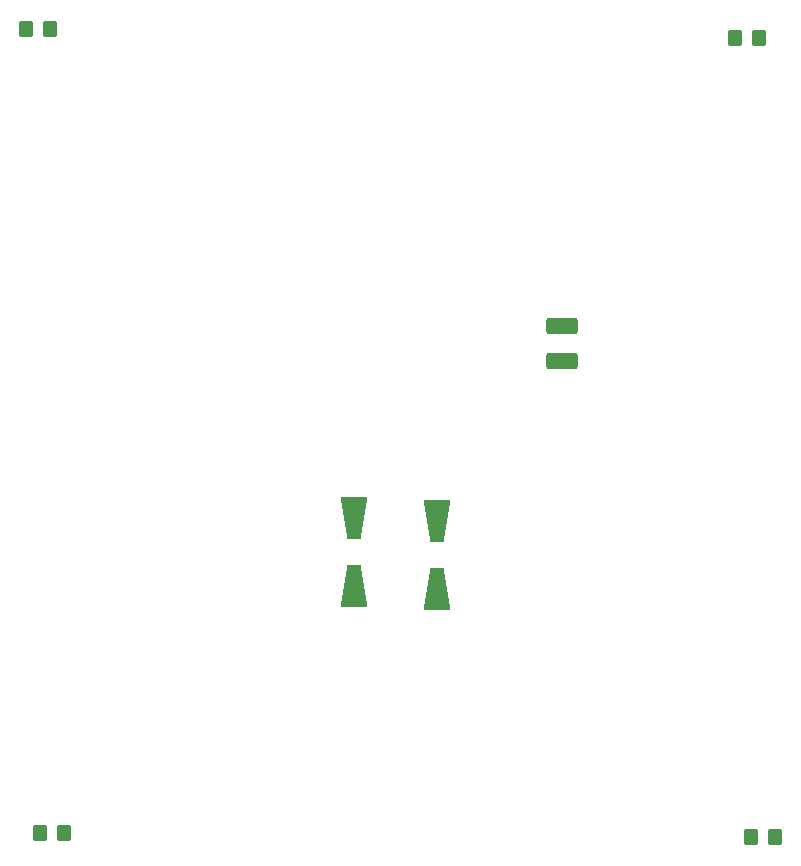
<source format=gbr>
%TF.GenerationSoftware,KiCad,Pcbnew,(6.0.7)*%
%TF.CreationDate,2022-08-25T14:30:35+03:00*%
%TF.ProjectId,guc_devresi_yetenek,6775635f-6465-4767-9265-73695f796574,rev?*%
%TF.SameCoordinates,Original*%
%TF.FileFunction,Paste,Top*%
%TF.FilePolarity,Positive*%
%FSLAX46Y46*%
G04 Gerber Fmt 4.6, Leading zero omitted, Abs format (unit mm)*
G04 Created by KiCad (PCBNEW (6.0.7)) date 2022-08-25 14:30:35*
%MOMM*%
%LPD*%
G01*
G04 APERTURE LIST*
G04 Aperture macros list*
%AMRoundRect*
0 Rectangle with rounded corners*
0 $1 Rounding radius*
0 $2 $3 $4 $5 $6 $7 $8 $9 X,Y pos of 4 corners*
0 Add a 4 corners polygon primitive as box body*
4,1,4,$2,$3,$4,$5,$6,$7,$8,$9,$2,$3,0*
0 Add four circle primitives for the rounded corners*
1,1,$1+$1,$2,$3*
1,1,$1+$1,$4,$5*
1,1,$1+$1,$6,$7*
1,1,$1+$1,$8,$9*
0 Add four rect primitives between the rounded corners*
20,1,$1+$1,$2,$3,$4,$5,0*
20,1,$1+$1,$4,$5,$6,$7,0*
20,1,$1+$1,$6,$7,$8,$9,0*
20,1,$1+$1,$8,$9,$2,$3,0*%
%AMOutline4P*
0 Free polygon, 4 corners , with rotation*
0 The origin of the aperture is its center*
0 number of corners: always 4*
0 $1 to $8 corner X, Y*
0 $9 Rotation angle, in degrees counterclockwise*
0 create outline with 4 corners*
4,1,4,$1,$2,$3,$4,$5,$6,$7,$8,$1,$2,$9*%
G04 Aperture macros list end*
%ADD10Outline4P,-1.800000X-1.150000X1.800000X-0.550000X1.800000X0.550000X-1.800000X1.150000X90.000000*%
%ADD11Outline4P,-1.800000X-1.150000X1.800000X-0.550000X1.800000X0.550000X-1.800000X1.150000X270.000000*%
%ADD12RoundRect,0.250000X0.350000X0.450000X-0.350000X0.450000X-0.350000X-0.450000X0.350000X-0.450000X0*%
%ADD13RoundRect,0.250001X-1.074999X0.462499X-1.074999X-0.462499X1.074999X-0.462499X1.074999X0.462499X0*%
%ADD14RoundRect,0.250000X-0.350000X-0.450000X0.350000X-0.450000X0.350000X0.450000X-0.350000X0.450000X0*%
G04 APERTURE END LIST*
D10*
%TO.C,TVS_D2*%
X70000000Y-67650000D03*
D11*
X70000000Y-61850000D03*
%TD*%
D12*
%TO.C,R1*%
X104301800Y-21234400D03*
X102301800Y-21234400D03*
%TD*%
%TO.C,R4*%
X105648000Y-88900000D03*
X103648000Y-88900000D03*
%TD*%
D13*
%TO.C,D1*%
X87630000Y-45629500D03*
X87630000Y-48604500D03*
%TD*%
D14*
%TO.C,R2*%
X43450000Y-88519000D03*
X45450000Y-88519000D03*
%TD*%
%TO.C,R3*%
X42246800Y-20472400D03*
X44246800Y-20472400D03*
%TD*%
D11*
%TO.C,TVS_D1*%
X77000000Y-62100000D03*
D10*
X77000000Y-67900000D03*
%TD*%
M02*

</source>
